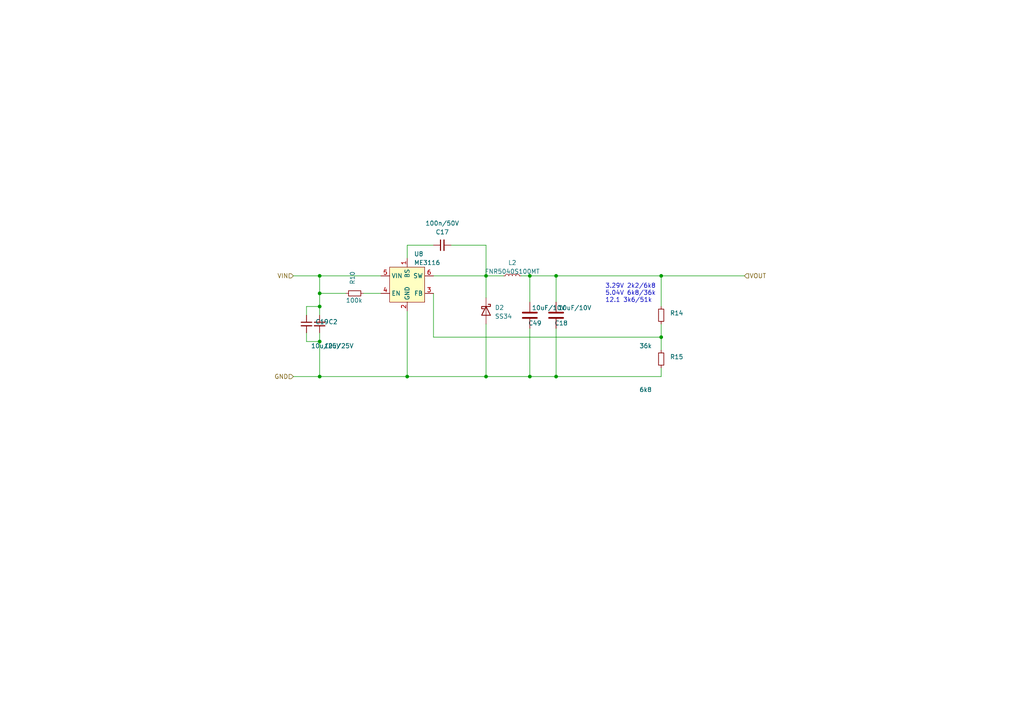
<source format=kicad_sch>
(kicad_sch (version 20250114) (generator "eeschema") (generator_version "9.0")
  (paper "A4")
  (lib_symbols
    (symbol "Device:C" (pin_numbers (hide yes)) (pin_names (offset 0.254))
      (property "Reference" "C" (at 0.635 2.54 0))
      (property "Value" "C" (at 0.635 -2.54 0))
      (symbol "C_0_1"
        (polyline (pts (xy -2.032 0.762) (xy 2.032 0.762)) (stroke (width 0.508)))
        (polyline (pts (xy -2.032 -0.762) (xy 2.032 -0.762)) (stroke (width 0.508)))
      )
      (symbol "C_1_1"
        (pin passive line (at 0 3.81 270) (length 2.794) (name "~") (number "1"))
        (pin passive line (at 0 -3.81 90) (length 2.794) (name "~") (number "2"))
      )
    )
    (symbol "Device:C_Small" (pin_numbers (hide yes)) (pin_names (offset 0.254) (hide yes))
      (property "Reference" "C" (at 0.254 1.778 0))
      (property "Value" "C_Small" (at 0.254 -2.032 0))
      (symbol "C_Small_0_1"
        (polyline (pts (xy -1.524 0.508) (xy 1.524 0.508)) (stroke (width 0.3048)))
        (polyline (pts (xy -1.524 -0.508) (xy 1.524 -0.508)) (stroke (width 0.3302)))
      )
      (symbol "C_Small_1_1"
        (pin passive line (at 0 2.54 270) (length 2.032) (name "~") (number "1"))
        (pin passive line (at 0 -2.54 90) (length 2.032) (name "~") (number "2"))
      )
    )
    (symbol "Device:L_Small" (pin_numbers (hide yes)) (pin_names (offset 0.254) (hide yes))
      (property "Reference" "L" (at 0.762 1.016 0))
      (property "Value" "L_Small" (at 0.762 -1.016 0))
      (symbol "L_Small_0_1"
        (arc (start 0 2.032) (mid 0.5058 1.524) (end 0 1.016))
        (arc (start 0 1.016) (mid 0.5058 0.508) (end 0 0))
        (arc (start 0 0) (mid 0.5058 -0.508) (end 0 -1.016))
        (arc (start 0 -1.016) (mid 0.5058 -1.524) (end 0 -2.032))
      )
      (symbol "L_Small_1_1"
        (pin passive line (at 0 2.54 270) (length 0.508) (name "~") (number "1"))
        (pin passive line (at 0 -2.54 90) (length 0.508) (name "~") (number "2"))
      )
    )
    (symbol "Device:R_Small" (pin_numbers (hide yes)) (pin_names (offset 0.254) (hide yes))
      (property "Reference" "R" (at 0.762 0.508 0))
      (property "Value" "R_Small" (at 0.762 -1.016 0))
      (symbol "R_Small_0_1"
        (rectangle (start -0.762 1.778) (end 0.762 -1.778) (stroke (width 0.2032)))
      )
      (symbol "R_Small_1_1"
        (pin passive line (at 0 2.54 270) (length 0.762) (name "~") (number "1"))
        (pin passive line (at 0 -2.54 90) (length 0.762) (name "~") (number "2"))
      )
    )
    (symbol "Diode:B140-E3" (pin_numbers (hide yes)) (pin_names (hide yes))
      (property "Reference" "D" (at 0 2.54 0))
      (property "Value" "B140-E3" (at 0 -2.54 0))
      (symbol "B140-E3_0_1"
        (polyline (pts (xy -1.905 0.635) (xy -1.905 1.27) (xy -1.27 1.27) (xy -1.27 -1.27) (xy -0.635 -1.27) (xy -0.635 -0.635)) (stroke (width 0.254)))
        (polyline (pts (xy 1.27 1.27) (xy 1.27 -1.27) (xy -1.27 0) (xy 1.27 1.27)) (stroke (width 0.254)))
        (polyline (pts (xy 1.27 0) (xy -1.27 0)))
      )
      (symbol "B140-E3_1_1"
        (pin passive line (at -3.81 0 0) (length 2.54) (name "K") (number "1"))
        (pin passive line (at 3.81 0 180) (length 2.54) (name "A") (number "2"))
      )
    )
    (symbol "myLib_IC:ME3116"
      (property "Reference" "U" (at 2.54 -6.35 0))
      (property "Value" "ME3116" (at 2.54 1.27 0))
      (symbol "ME3116_0_1"
        (rectangle (start -5.08 5.08) (end 5.08 -5.08) (fill (type background)))
      )
      (symbol "ME3116_1_1"
        (pin power_in line (at -7.62 2.54 0) (length 2.54) (name "VIN") (number "5"))
        (pin input line (at -7.62 -2.54 0) (length 2.54) (name "EN") (number "4"))
        (pin bidirectional line (at 0 7.62 270) (length 2.54) (name "BS") (number "1"))
        (pin power_in line (at 0 -7.62 90) (length 2.54) (name "GND") (number "2"))
        (pin power_out line (at 7.62 2.54 180) (length 2.54) (name "SW") (number "6"))
        (pin input line (at 7.62 -2.54 180) (length 2.54) (name "FB") (number "3"))
      )
    )
  )
  (text "3.29V 2k2/6k8\n5.04V 6k8/36k\n12.1 3k6/51k" (at 175.514 87.884 0) (effects (font (size 1.27 1.27)) (justify left bottom)))
  (junction (at 92.71 85.09))
  (junction (at 191.77 80.01))
  (junction (at 153.67 109.22))
  (junction (at 153.67 80.01))
  (junction (at 140.97 80.01))
  (junction (at 161.29 80.01))
  (junction (at 140.97 109.22))
  (junction (at 92.71 109.22))
  (junction (at 161.29 109.22))
  (junction (at 191.77 97.79))
  (junction (at 92.71 99.06))
  (junction (at 118.11 109.22))
  (junction (at 92.71 80.01))
  (junction (at 92.71 88.9))
  (wire (pts (xy 130.81 71.12) (xy 140.97 71.12)))
  (wire (pts (xy 191.77 80.01) (xy 191.77 88.9)))
  (wire (pts (xy 191.77 97.79) (xy 191.77 101.6)))
  (wire (pts (xy 125.73 85.09) (xy 125.73 97.79)))
  (wire (pts (xy 153.67 109.22) (xy 161.29 109.22)))
  (wire (pts (xy 92.71 88.9) (xy 92.71 91.44)))
  (wire (pts (xy 153.67 80.01) (xy 153.67 87.63)))
  (wire (pts (xy 161.29 109.22) (xy 191.77 109.22)))
  (wire (pts (xy 92.71 80.01) (xy 92.71 85.09)))
  (wire (pts (xy 161.29 80.01) (xy 161.29 87.63)))
  (wire (pts (xy 140.97 93.98) (xy 140.97 109.22)))
  (wire (pts (xy 88.9 91.44) (xy 88.9 88.9)))
  (wire (pts (xy 140.97 80.01) (xy 146.05 80.01)))
  (wire (pts (xy 88.9 99.06) (xy 92.71 99.06)))
  (wire (pts (xy 153.67 80.01) (xy 161.29 80.01)))
  (wire (pts (xy 118.11 71.12) (xy 118.11 74.93)))
  (wire (pts (xy 140.97 71.12) (xy 140.97 80.01)))
  (wire (pts (xy 191.77 80.01) (xy 215.9 80.01)))
  (wire (pts (xy 161.29 80.01) (xy 191.77 80.01)))
  (wire (pts (xy 88.9 88.9) (xy 92.71 88.9)))
  (wire (pts (xy 151.13 80.01) (xy 153.67 80.01)))
  (wire (pts (xy 110.49 80.01) (xy 92.71 80.01)))
  (wire (pts (xy 92.71 85.09) (xy 100.33 85.09)))
  (wire (pts (xy 92.71 99.06) (xy 92.71 109.22)))
  (wire (pts (xy 125.73 71.12) (xy 118.11 71.12)))
  (wire (pts (xy 191.77 93.98) (xy 191.77 97.79)))
  (wire (pts (xy 161.29 95.25) (xy 161.29 109.22)))
  (wire (pts (xy 140.97 109.22) (xy 153.67 109.22)))
  (wire (pts (xy 125.73 97.79) (xy 191.77 97.79)))
  (wire (pts (xy 191.77 109.22) (xy 191.77 106.68)))
  (wire (pts (xy 125.73 80.01) (xy 140.97 80.01)))
  (wire (pts (xy 118.11 109.22) (xy 140.97 109.22)))
  (wire (pts (xy 140.97 80.01) (xy 140.97 86.36)))
  (wire (pts (xy 88.9 96.52) (xy 88.9 99.06)))
  (wire (pts (xy 92.71 85.09) (xy 92.71 88.9)))
  (wire (pts (xy 105.41 85.09) (xy 110.49 85.09)))
  (wire (pts (xy 85.09 109.22) (xy 92.71 109.22)))
  (wire (pts (xy 85.09 80.01) (xy 92.71 80.01)))
  (wire (pts (xy 92.71 96.52) (xy 92.71 99.06)))
  (wire (pts (xy 118.11 90.17) (xy 118.11 109.22)))
  (wire (pts (xy 153.67 95.25) (xy 153.67 109.22)))
  (wire (pts (xy 92.71 109.22) (xy 118.11 109.22)))
  (hierarchical_label "GND" (shape input) (at 85.09 109.22 180))
  (hierarchical_label "VOUT" (shape input) (at 215.9 80.01 0))
  (hierarchical_label "VIN" (shape input) (at 85.09 80.01 180))
  (symbol (lib_id "Device:R_Small") (at 191.77 104.14 180) (unit 1)
    (property "Reference" "R15" (at 194.31 103.505 0) (effects (justify right)))
    (property "Value" "6k8" (at 185.42 113.03 0) (effects (justify right)))
    (property "Footprint" "Resistor_SMD:R_0402_1005Metric" (effects (hide yes)))
  )
  (symbol (lib_id "Device:C_Small") (at 92.71 93.98 0) (unit 1)
    (property "Reference" "C2" (at 95.25 93.3513 0) (effects (justify left)))
    (property "Value" "10u/25V" (at 93.98 100.33 0) (effects (justify left)))
    (property "Footprint" "Capacitor_SMD:C_0805_2012Metric" (effects (hide yes)))
  )
  (symbol (lib_id "Device:R_Small") (at 191.77 91.44 180) (unit 1)
    (property "Reference" "R14" (at 194.31 90.805 0) (effects (justify right)))
    (property "Value" "36k" (at 185.42 100.33 0) (effects (justify right)))
    (property "Footprint" "Resistor_SMD:R_0402_1005Metric" (effects (hide yes)))
  )
  (symbol (lib_id "Device:L_Small") (at 148.59 80.01 90) (unit 1)
    (property "Reference" "L2" (at 148.59 76.2 90))
    (property "Value" "FNR5040S100MT" (at 148.59 78.74 90))
    (property "Footprint" "myLib_SMD:L_5.5x5.1mm" (effects (hide yes)))
  )
  (symbol (lib_id "Device:C_Small") (at 88.9 93.98 0) (unit 1)
    (property "Reference" "C19" (at 91.44 93.3513 0) (effects (justify left)))
    (property "Value" "10u/25V" (at 90.17 100.33 0) (effects (justify left)))
    (property "Footprint" "Capacitor_SMD:C_0805_2012Metric" (effects (hide yes)))
  )
  (symbol (lib_id "Device:C_Small") (at 128.27 71.12 90) (unit 1)
    (property "Reference" "C17" (at 128.27 67.31 90))
    (property "Value" "100n/50V" (at 128.27 64.77 90))
    (property "Footprint" "Capacitor_SMD:C_0402_1005Metric" (effects (hide yes)))
  )
  (symbol (lib_id "Device:C") (at 153.67 91.44 180) (unit 1)
    (property "Reference" "C49" (at 157.099 93.726 0) (effects (justify left)))
    (property "Value" "10uF/10V" (at 163.957 89.281 0) (effects (justify left)))
    (property "Footprint" "Capacitor_SMD:C_0603_1608Metric" (effects (hide yes)))
  )
  (symbol (lib_id "Device:R_Small") (at 102.87 85.09 270) (unit 1)
    (property "Reference" "R10" (at 102.235 82.55 0) (effects (justify right)))
    (property "Value" "100k" (at 105.156 87.122 90) (effects (justify right)))
    (property "Footprint" "Resistor_SMD:R_0402_1005Metric" (effects (hide yes)))
  )
  (symbol (lib_id "Device:C") (at 161.29 91.44 180) (unit 1)
    (property "Reference" "C18" (at 164.719 93.726 0) (effects (justify left)))
    (property "Value" "10uF/10V" (at 171.577 89.281 0) (effects (justify left)))
    (property "Footprint" "Capacitor_SMD:C_0603_1608Metric" (effects (hide yes)))
  )
  (symbol (lib_id "myLib_IC:ME3116") (at 118.11 82.55 0) (unit 1)
    (property "Reference" "U8" (at 120.0659 73.66 0) (effects (justify left)))
    (property "Value" "ME3116" (at 120.0659 76.2 0) (effects (justify left)))
    (property "Footprint" "myLib_SMD:SOT-23-6_Handsoldering" (effects (hide yes)))
  )
  (symbol (lib_id "Diode:B140-E3") (at 140.97 90.17 270) (unit 1)
    (property "Reference" "D2" (at 143.51 89.2175 90) (effects (justify left)))
    (property "Value" "SS34" (at 143.51 91.7575 90) (effects (justify left)))
    (property "Footprint" "Diode_SMD:D_SMA" (effects (hide yes)))
    (property "Datasheet" "http://www.vishay.com/docs/88946/b120.pdf" (effects (hide yes)))
  )
)
</source>
